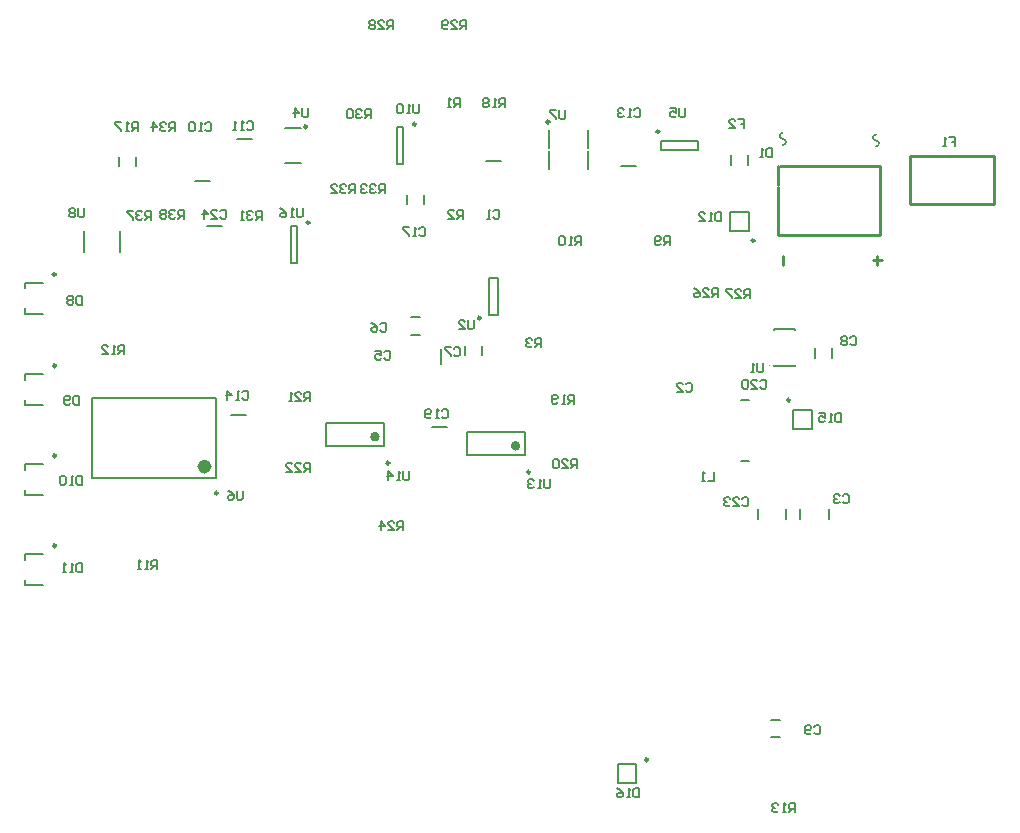
<source format=gbo>
G04*
G04 #@! TF.GenerationSoftware,Altium Limited,Altium Designer,19.1.8 (144)*
G04*
G04 Layer_Color=32896*
%FSLAX25Y25*%
%MOIN*%
G70*
G01*
G75*
%ADD10C,0.00984*%
%ADD11C,0.01000*%
%ADD12C,0.00787*%
%ADD13C,0.00394*%
%ADD14C,0.00500*%
%ADD99C,0.02362*%
%ADD100C,0.01575*%
D10*
X112216Y249445D02*
G03*
X112216Y249445I-492J0D01*
G01*
X193307Y246984D02*
G03*
X193307Y246984I-492J0D01*
G01*
X156701Y250153D02*
G03*
X156701Y250153I-492J0D01*
G01*
X-7853Y168871D02*
G03*
X-7853Y168871I-492J0D01*
G01*
X133768Y184815D02*
G03*
X133768Y184815I-492J0D01*
G01*
X-7853Y108871D02*
G03*
X-7853Y108871I-492J0D01*
G01*
X46202Y126433D02*
G03*
X46202Y126433I-492J0D01*
G01*
X75886Y248598D02*
G03*
X75886Y248598I-492J0D01*
G01*
X103339Y136453D02*
G03*
X103339Y136453I-492J0D01*
G01*
X236925Y157437D02*
G03*
X236925Y157437I-492J0D01*
G01*
X189495Y37567D02*
G03*
X189495Y37567I-492J0D01*
G01*
X76736Y216587D02*
G03*
X76736Y216587I-492J0D01*
G01*
X225059Y210563D02*
G03*
X225059Y210563I-492J0D01*
G01*
X150236Y133453D02*
G03*
X150236Y133453I-492J0D01*
G01*
X-7853Y138871D02*
G03*
X-7853Y138871I-492J0D01*
G01*
Y199371D02*
G03*
X-7853Y199371I-492J0D01*
G01*
D11*
X305000Y222876D02*
Y238876D01*
X277000Y222876D02*
X305000D01*
X277000Y238876D02*
X305000D01*
X277000Y229876D02*
Y238876D01*
Y222876D02*
Y229876D01*
X266000Y202500D02*
Y205500D01*
X264500Y204000D02*
X267500D01*
X267000Y212500D02*
Y235500D01*
X233000Y212500D02*
X267000D01*
X234500Y202500D02*
Y205500D01*
X233000Y212500D02*
Y228500D01*
X233500Y235500D02*
X267000D01*
X233000Y229000D02*
Y235500D01*
D12*
X235487Y117921D02*
Y121070D01*
X226039Y117921D02*
Y121070D01*
X249724Y117921D02*
Y121070D01*
X240276Y117921D02*
Y121070D01*
X106016Y236157D02*
Y248362D01*
X107984Y236157D02*
Y248362D01*
X106016Y236157D02*
X107984D01*
X106016Y248362D02*
X107984D01*
X13386Y213917D02*
X13583D01*
X13386Y206831D02*
X13583D01*
X1378Y213917D02*
X1575D01*
X1378Y206831D02*
X1575D01*
X1378D02*
Y213917D01*
X13583Y206831D02*
Y213917D01*
X193898Y240882D02*
X206102D01*
X193898Y243638D02*
X206102D01*
Y240882D02*
Y243638D01*
X193898Y240882D02*
Y243638D01*
X156504Y234504D02*
X156602D01*
X156504D02*
Y240508D01*
Y241492D02*
Y247496D01*
X156602D01*
X169398Y234504D02*
X169496D01*
Y240508D01*
X169398Y247496D02*
X169496D01*
Y241492D02*
Y247496D01*
X-17971Y165989D02*
X-12164D01*
X-17971Y155753D02*
X-12164D01*
X-17971Y164218D02*
Y165989D01*
Y155753D02*
Y157525D01*
X136622Y185898D02*
X139378D01*
X136622D02*
Y198102D01*
X139378Y185898D02*
Y198102D01*
X136622D02*
X139378D01*
X180441Y235520D02*
X185559D01*
X-17971Y95753D02*
X-12164D01*
X-17971D02*
Y97525D01*
Y104218D02*
Y105989D01*
X-12164D01*
X4292Y131354D02*
Y158126D01*
X45631Y131354D02*
Y158126D01*
X4292D02*
X45631D01*
X4292Y131354D02*
X45631D01*
X68504Y248165D02*
X74016D01*
X68504Y236354D02*
X74016D01*
X231457Y180906D02*
Y181102D01*
X238543Y180906D02*
Y181102D01*
X231457Y168898D02*
Y169094D01*
X238543Y168898D02*
Y169094D01*
X231457Y168898D02*
X238543D01*
X231457Y181102D02*
X238543D01*
X13047Y235425D02*
Y238575D01*
X18953Y235425D02*
Y238575D01*
X82354Y142063D02*
Y149937D01*
X101646Y142063D02*
Y149937D01*
X82354D02*
X101646D01*
X82354Y142063D02*
X101646D01*
X220610Y157395D02*
X223366D01*
X220510Y137195D02*
X223266D01*
X237752Y147929D02*
Y154071D01*
Y147929D02*
X244248D01*
Y154071D01*
X237752D02*
X244248D01*
X42441Y215480D02*
X47559D01*
X179495Y36248D02*
X185637D01*
X179495Y29752D02*
Y36248D01*
Y29752D02*
X185637D01*
Y36248D01*
X70535Y215504D02*
X72504D01*
X70535Y203299D02*
X72504D01*
Y215504D01*
X70535Y203299D02*
Y215504D01*
X222953Y235961D02*
Y239110D01*
X217047Y235961D02*
Y239110D01*
X223248Y213929D02*
Y220071D01*
X216752D02*
X223248D01*
X216752Y213929D02*
Y220071D01*
Y213929D02*
X223248D01*
X245047Y171488D02*
Y174638D01*
X250953Y171488D02*
Y174638D01*
X135441Y237071D02*
X140559D01*
X117441Y148480D02*
X122559D01*
X129252Y139063D02*
Y146937D01*
X148543Y139063D02*
Y146937D01*
X129252D02*
X148543D01*
X129252Y139063D02*
X148543D01*
X50441Y152480D02*
X55559D01*
X38441Y230520D02*
X43559D01*
X230425Y45047D02*
X233575D01*
X230425Y50953D02*
X233575D01*
X128445Y172425D02*
Y175575D01*
X134351Y172425D02*
Y175575D01*
X110425Y185071D02*
X113575D01*
X110425Y179165D02*
X113575D01*
X-17971Y135989D02*
X-12164D01*
X-17971Y134218D02*
Y135989D01*
Y125753D02*
Y127525D01*
Y125753D02*
X-12164D01*
X-17971Y196489D02*
X-12164D01*
X-17971Y194718D02*
Y196489D01*
Y186253D02*
Y188025D01*
Y186253D02*
X-12164D01*
X120480Y169441D02*
Y174559D01*
X52441Y244480D02*
X57559D01*
X109047Y222701D02*
Y225850D01*
X114953Y222701D02*
Y225850D01*
D13*
X1673Y215492D02*
G03*
X1673Y215492I-197J0D01*
G01*
X230079Y168996D02*
G03*
X230079Y168996I-197J0D01*
G01*
D14*
X265500Y242000D02*
G03*
X265500Y244000I0J1000D01*
G01*
Y246000D02*
G03*
X265500Y244000I0J-1000D01*
G01*
X234500Y242500D02*
G03*
X234500Y244500I0J1000D01*
G01*
Y246500D02*
G03*
X234500Y244500I0J-1000D01*
G01*
X108000Y114000D02*
Y116999D01*
X106500D01*
X106001Y116499D01*
Y115499D01*
X106500Y115000D01*
X108000D01*
X107000D02*
X106001Y114000D01*
X103002D02*
X105001D01*
X103002Y115999D01*
Y116499D01*
X103501Y116999D01*
X104501D01*
X105001Y116499D01*
X100502Y114000D02*
Y116999D01*
X102002Y115499D01*
X100003D01*
X35000Y217895D02*
Y220894D01*
X33500D01*
X33001Y220395D01*
Y219395D01*
X33500Y218895D01*
X35000D01*
X34000D02*
X33001Y217895D01*
X32001Y220395D02*
X31501Y220894D01*
X30501D01*
X30002Y220395D01*
Y219895D01*
X30501Y219395D01*
X31001D01*
X30501D01*
X30002Y218895D01*
Y218395D01*
X30501Y217895D01*
X31501D01*
X32001Y218395D01*
X29002Y220395D02*
X28502Y220894D01*
X27502D01*
X27003Y220395D01*
Y219895D01*
X27502Y219395D01*
X27003Y218895D01*
Y218395D01*
X27502Y217895D01*
X28502D01*
X29002Y218395D01*
Y218895D01*
X28502Y219395D01*
X29002Y219895D01*
Y220395D01*
X28502Y219395D02*
X27502D01*
X24000Y217559D02*
Y220558D01*
X22501D01*
X22001Y220058D01*
Y219058D01*
X22501Y218559D01*
X24000D01*
X23000D02*
X22001Y217559D01*
X21001Y220058D02*
X20501Y220558D01*
X19501D01*
X19002Y220058D01*
Y219558D01*
X19501Y219058D01*
X20001D01*
X19501D01*
X19002Y218559D01*
Y218059D01*
X19501Y217559D01*
X20501D01*
X21001Y218059D01*
X18002Y220558D02*
X16003D01*
Y220058D01*
X18002Y218059D01*
Y217559D01*
X219562Y251099D02*
X221562D01*
Y249600D01*
X220562D01*
X221562D01*
Y248100D01*
X216563D02*
X218563D01*
X216563Y250099D01*
Y250599D01*
X217063Y251099D01*
X218063D01*
X218563Y250599D01*
X74520Y221401D02*
Y218901D01*
X74020Y218402D01*
X73020D01*
X72520Y218901D01*
Y221401D01*
X71521Y218402D02*
X70521D01*
X71021D01*
Y221401D01*
X71521Y220901D01*
X67022Y221401D02*
X68022Y220901D01*
X69021Y219901D01*
Y218901D01*
X68522Y218402D01*
X67522D01*
X67022Y218901D01*
Y219401D01*
X67522Y219901D01*
X69021D01*
X32000Y247000D02*
Y249999D01*
X30501D01*
X30001Y249499D01*
Y248499D01*
X30501Y248000D01*
X32000D01*
X31000D02*
X30001Y247000D01*
X29001Y249499D02*
X28501Y249999D01*
X27501D01*
X27002Y249499D01*
Y248999D01*
X27501Y248499D01*
X28001D01*
X27501D01*
X27002Y248000D01*
Y247500D01*
X27501Y247000D01*
X28501D01*
X29001Y247500D01*
X24502Y247000D02*
Y249999D01*
X26002Y248499D01*
X24003D01*
X101740Y226324D02*
Y229323D01*
X100241D01*
X99741Y228823D01*
Y227823D01*
X100241Y227323D01*
X101740D01*
X100741D02*
X99741Y226324D01*
X98741Y228823D02*
X98241Y229323D01*
X97242D01*
X96742Y228823D01*
Y228323D01*
X97242Y227823D01*
X97742D01*
X97242D01*
X96742Y227323D01*
Y226823D01*
X97242Y226324D01*
X98241D01*
X98741Y226823D01*
X95742Y228823D02*
X95242Y229323D01*
X94243D01*
X93743Y228823D01*
Y228323D01*
X94243Y227823D01*
X94743D01*
X94243D01*
X93743Y227323D01*
Y226823D01*
X94243Y226324D01*
X95242D01*
X95742Y226823D01*
X92000Y226394D02*
Y229393D01*
X90500D01*
X90001Y228893D01*
Y227893D01*
X90500Y227393D01*
X92000D01*
X91000D02*
X90001Y226394D01*
X89001Y228893D02*
X88501Y229393D01*
X87501D01*
X87002Y228893D01*
Y228393D01*
X87501Y227893D01*
X88001D01*
X87501D01*
X87002Y227393D01*
Y226893D01*
X87501Y226394D01*
X88501D01*
X89001Y226893D01*
X84003Y226394D02*
X86002D01*
X84003Y228393D01*
Y228893D01*
X84502Y229393D01*
X85502D01*
X86002Y228893D01*
X60740Y217559D02*
Y220558D01*
X59241D01*
X58741Y220058D01*
Y219058D01*
X59241Y218559D01*
X60740D01*
X59741D02*
X58741Y217559D01*
X57741Y220058D02*
X57241Y220558D01*
X56242D01*
X55742Y220058D01*
Y219558D01*
X56242Y219058D01*
X56741D01*
X56242D01*
X55742Y218559D01*
Y218059D01*
X56242Y217559D01*
X57241D01*
X57741Y218059D01*
X54742Y217559D02*
X53742D01*
X54242D01*
Y220558D01*
X54742Y220058D01*
X97162Y251455D02*
Y254454D01*
X95662D01*
X95162Y253954D01*
Y252955D01*
X95662Y252455D01*
X97162D01*
X96162D02*
X95162Y251455D01*
X94163Y253954D02*
X93663Y254454D01*
X92663D01*
X92163Y253954D01*
Y253455D01*
X92663Y252955D01*
X93163D01*
X92663D01*
X92163Y252455D01*
Y251955D01*
X92663Y251455D01*
X93663D01*
X94163Y251955D01*
X91164Y253954D02*
X90664Y254454D01*
X89664D01*
X89164Y253954D01*
Y251955D01*
X89664Y251455D01*
X90664D01*
X91164Y251955D01*
Y253954D01*
X129000Y281000D02*
Y283999D01*
X127500D01*
X127001Y283499D01*
Y282500D01*
X127500Y282000D01*
X129000D01*
X128000D02*
X127001Y281000D01*
X124002D02*
X126001D01*
X124002Y282999D01*
Y283499D01*
X124501Y283999D01*
X125501D01*
X126001Y283499D01*
X123002Y281500D02*
X122502Y281000D01*
X121502D01*
X121003Y281500D01*
Y283499D01*
X121502Y283999D01*
X122502D01*
X123002Y283499D01*
Y282999D01*
X122502Y282500D01*
X121003D01*
X104685Y281000D02*
Y283999D01*
X103185D01*
X102686Y283499D01*
Y282500D01*
X103185Y282000D01*
X104685D01*
X103685D02*
X102686Y281000D01*
X99687D02*
X101686D01*
X99687Y282999D01*
Y283499D01*
X100187Y283999D01*
X101186D01*
X101686Y283499D01*
X98687D02*
X98187Y283999D01*
X97188D01*
X96688Y283499D01*
Y282999D01*
X97188Y282500D01*
X96688Y282000D01*
Y281500D01*
X97188Y281000D01*
X98187D01*
X98687Y281500D01*
Y282000D01*
X98187Y282500D01*
X98687Y282999D01*
Y283499D01*
X98187Y282500D02*
X97188D01*
X238480Y20000D02*
Y22999D01*
X236981D01*
X236481Y22499D01*
Y21499D01*
X236981Y21000D01*
X238480D01*
X237481D02*
X236481Y20000D01*
X235481D02*
X234482D01*
X234982D01*
Y22999D01*
X235481Y22499D01*
X232982D02*
X232482Y22999D01*
X231483D01*
X230983Y22499D01*
Y21999D01*
X231483Y21499D01*
X231982D01*
X231483D01*
X230983Y21000D01*
Y20500D01*
X231483Y20000D01*
X232482D01*
X232982Y20500D01*
X186566Y27999D02*
Y25000D01*
X185067D01*
X184567Y25500D01*
Y27499D01*
X185067Y27999D01*
X186566D01*
X183567Y25000D02*
X182568D01*
X183067D01*
Y27999D01*
X183567Y27499D01*
X179069Y27999D02*
X180068Y27499D01*
X181068Y26500D01*
Y25500D01*
X180568Y25000D01*
X179569D01*
X179069Y25500D01*
Y26000D01*
X179569Y26500D01*
X181068D01*
X47001Y220460D02*
X47501Y220960D01*
X48500D01*
X49000Y220460D01*
Y218460D01*
X48500Y217961D01*
X47501D01*
X47001Y218460D01*
X44002Y217961D02*
X46001D01*
X44002Y219960D01*
Y220460D01*
X44501Y220960D01*
X45501D01*
X46001Y220460D01*
X41502Y217961D02*
Y220960D01*
X43002Y219460D01*
X41003D01*
X221001Y124499D02*
X221500Y124999D01*
X222500D01*
X223000Y124499D01*
Y122500D01*
X222500Y122000D01*
X221500D01*
X221001Y122500D01*
X218002Y122000D02*
X220001D01*
X218002Y123999D01*
Y124499D01*
X218501Y124999D01*
X219501D01*
X220001Y124499D01*
X217002D02*
X216502Y124999D01*
X215502D01*
X215003Y124499D01*
Y123999D01*
X215502Y123500D01*
X216002D01*
X215502D01*
X215003Y123000D01*
Y122500D01*
X215502Y122000D01*
X216502D01*
X217002Y122500D01*
X127912Y217895D02*
Y220894D01*
X126412D01*
X125912Y220395D01*
Y219395D01*
X126412Y218895D01*
X127912D01*
X126912D02*
X125912Y217895D01*
X122913D02*
X124913D01*
X122913Y219895D01*
Y220395D01*
X123413Y220894D01*
X124413D01*
X124913Y220395D01*
X137962D02*
X138462Y220894D01*
X139462D01*
X139962Y220395D01*
Y218395D01*
X139462Y217895D01*
X138462D01*
X137962Y218395D01*
X136963Y217895D02*
X135963D01*
X136463D01*
Y220894D01*
X136963Y220395D01*
X254000Y152999D02*
Y150000D01*
X252501D01*
X252001Y150500D01*
Y152499D01*
X252501Y152999D01*
X254000D01*
X251001Y150000D02*
X250001D01*
X250501D01*
Y152999D01*
X251001Y152499D01*
X246502Y152999D02*
X248502D01*
Y151499D01*
X247502Y151999D01*
X247002D01*
X246502Y151499D01*
Y150500D01*
X247002Y150000D01*
X248002D01*
X248502Y150500D01*
X223622Y191433D02*
Y194432D01*
X222122D01*
X221622Y193932D01*
Y192933D01*
X222122Y192433D01*
X223622D01*
X222622D02*
X221622Y191433D01*
X218623D02*
X220622D01*
X218623Y193432D01*
Y193932D01*
X219123Y194432D01*
X220123D01*
X220622Y193932D01*
X217623Y194432D02*
X215624D01*
Y193932D01*
X217623Y191933D01*
Y191433D01*
X212732Y191795D02*
Y194794D01*
X211233D01*
X210733Y194295D01*
Y193295D01*
X211233Y192795D01*
X212732D01*
X211733D02*
X210733Y191795D01*
X207734D02*
X209733D01*
X207734Y193795D01*
Y194295D01*
X208234Y194794D01*
X209233D01*
X209733Y194295D01*
X204735Y194794D02*
X205734Y194295D01*
X206734Y193295D01*
Y192295D01*
X206234Y191795D01*
X205235D01*
X204735Y192295D01*
Y192795D01*
X205235Y193295D01*
X206734D01*
X211528Y133554D02*
Y130555D01*
X209528D01*
X208529D02*
X207529D01*
X208029D01*
Y133554D01*
X208529Y133054D01*
X227001Y163795D02*
X227501Y164294D01*
X228500D01*
X229000Y163795D01*
Y161795D01*
X228500Y161295D01*
X227501D01*
X227001Y161795D01*
X224002Y161295D02*
X226001D01*
X224002Y163295D01*
Y163795D01*
X224501Y164294D01*
X225501D01*
X226001Y163795D01*
X223002D02*
X222502Y164294D01*
X221502D01*
X221003Y163795D01*
Y161795D01*
X221502Y161295D01*
X222502D01*
X223002Y161795D01*
Y163795D01*
X110000Y133794D02*
Y131295D01*
X109500Y130795D01*
X108501D01*
X108001Y131295D01*
Y133794D01*
X107001Y130795D02*
X106001D01*
X106501D01*
Y133794D01*
X107001Y133295D01*
X103002Y130795D02*
Y133794D01*
X104502Y132295D01*
X102502D01*
X77000Y133520D02*
Y136519D01*
X75501D01*
X75001Y136019D01*
Y135019D01*
X75501Y134519D01*
X77000D01*
X76000D02*
X75001Y133520D01*
X72002D02*
X74001D01*
X72002Y135519D01*
Y136019D01*
X72501Y136519D01*
X73501D01*
X74001Y136019D01*
X69003Y133520D02*
X71002D01*
X69003Y135519D01*
Y136019D01*
X69502Y136519D01*
X70502D01*
X71002Y136019D01*
X77000Y157131D02*
Y160130D01*
X75501D01*
X75001Y159630D01*
Y158631D01*
X75501Y158131D01*
X77000D01*
X76000D02*
X75001Y157131D01*
X72002D02*
X74001D01*
X72002Y159130D01*
Y159630D01*
X72501Y160130D01*
X73501D01*
X74001Y159630D01*
X71002Y157131D02*
X70002D01*
X70502D01*
Y160130D01*
X71002Y159630D01*
X165740Y134648D02*
Y137647D01*
X164241D01*
X163741Y137147D01*
Y136147D01*
X164241Y135648D01*
X165740D01*
X164741D02*
X163741Y134648D01*
X160742D02*
X162741D01*
X160742Y136647D01*
Y137147D01*
X161242Y137647D01*
X162241D01*
X162741Y137147D01*
X159742D02*
X159242Y137647D01*
X158243D01*
X157743Y137147D01*
Y135148D01*
X158243Y134648D01*
X159242D01*
X159742Y135148D01*
Y137147D01*
X165000Y156295D02*
Y159294D01*
X163500D01*
X163001Y158795D01*
Y157795D01*
X163500Y157295D01*
X165000D01*
X164000D02*
X163001Y156295D01*
X162001D02*
X161001D01*
X161501D01*
Y159294D01*
X162001Y158795D01*
X159502Y156795D02*
X159002Y156295D01*
X158002D01*
X157502Y156795D01*
Y158795D01*
X158002Y159294D01*
X159002D01*
X159502Y158795D01*
Y158295D01*
X159002Y157795D01*
X157502D01*
X156898Y130999D02*
Y128500D01*
X156398Y128000D01*
X155398D01*
X154898Y128500D01*
Y130999D01*
X153899Y128000D02*
X152899D01*
X153399D01*
Y130999D01*
X153899Y130499D01*
X151400D02*
X150900Y130999D01*
X149900D01*
X149400Y130499D01*
Y129999D01*
X149900Y129499D01*
X150400D01*
X149900D01*
X149400Y129000D01*
Y128500D01*
X149900Y128000D01*
X150900D01*
X151400Y128500D01*
X120862Y153895D02*
X121362Y154394D01*
X122362D01*
X122862Y153895D01*
Y151895D01*
X122362Y151395D01*
X121362D01*
X120862Y151895D01*
X119863Y151395D02*
X118863D01*
X119363D01*
Y154394D01*
X119863Y153895D01*
X117363Y151895D02*
X116864Y151395D01*
X115864D01*
X115364Y151895D01*
Y153895D01*
X115864Y154394D01*
X116864D01*
X117363Y153895D01*
Y153395D01*
X116864Y152895D01*
X115364D01*
X19520Y247000D02*
Y249999D01*
X18020D01*
X17521Y249499D01*
Y248499D01*
X18020Y248000D01*
X19520D01*
X18520D02*
X17521Y247000D01*
X16521D02*
X15521D01*
X16021D01*
Y249999D01*
X16521Y249499D01*
X14022Y249999D02*
X12022D01*
Y249499D01*
X14022Y247500D01*
Y247000D01*
X214000Y219999D02*
Y217000D01*
X212501D01*
X212001Y217500D01*
Y219499D01*
X212501Y219999D01*
X214000D01*
X211001Y217000D02*
X210001D01*
X210501D01*
Y219999D01*
X211001Y219499D01*
X206502Y217000D02*
X208502D01*
X206502Y218999D01*
Y219499D01*
X207002Y219999D01*
X208002D01*
X208502Y219499D01*
X202062Y162669D02*
X202562Y163169D01*
X203562D01*
X204062Y162669D01*
Y160670D01*
X203562Y160170D01*
X202562D01*
X202062Y160670D01*
X199063Y160170D02*
X201063D01*
X199063Y162170D01*
Y162669D01*
X199563Y163169D01*
X200563D01*
X201063Y162669D01*
X228000Y169663D02*
Y167164D01*
X227500Y166664D01*
X226501D01*
X226001Y167164D01*
Y169663D01*
X225001Y166664D02*
X224001D01*
X224501D01*
Y169663D01*
X225001Y169164D01*
X76244Y254735D02*
Y252235D01*
X75744Y251736D01*
X74744D01*
X74245Y252235D01*
Y254735D01*
X71746Y251736D02*
Y254735D01*
X73245Y253235D01*
X71246D01*
X55862Y249895D02*
X56362Y250394D01*
X57362D01*
X57862Y249895D01*
Y247895D01*
X57362Y247395D01*
X56362D01*
X55862Y247895D01*
X54863Y247395D02*
X53863D01*
X54363D01*
Y250394D01*
X54863Y249895D01*
X52363Y247395D02*
X51364D01*
X51864D01*
Y250394D01*
X52363Y249895D01*
X42001Y249499D02*
X42500Y249999D01*
X43500D01*
X44000Y249499D01*
Y247500D01*
X43500Y247000D01*
X42500D01*
X42001Y247500D01*
X41001Y247000D02*
X40001D01*
X40501D01*
Y249999D01*
X41001Y249499D01*
X38502D02*
X38002Y249999D01*
X37002D01*
X36502Y249499D01*
Y247500D01*
X37002Y247000D01*
X38002D01*
X38502Y247500D01*
Y249499D01*
X257001Y178157D02*
X257501Y178657D01*
X258500D01*
X259000Y178157D01*
Y176157D01*
X258500Y175658D01*
X257501D01*
X257001Y176157D01*
X256001Y178157D02*
X255501Y178657D01*
X254502D01*
X254002Y178157D01*
Y177657D01*
X254502Y177157D01*
X254002Y176657D01*
Y176157D01*
X254502Y175658D01*
X255501D01*
X256001Y176157D01*
Y176657D01*
X255501Y177157D01*
X256001Y177657D01*
Y178157D01*
X255501Y177157D02*
X254502D01*
X54397Y127294D02*
Y124795D01*
X53897Y124295D01*
X52898D01*
X52398Y124795D01*
Y127294D01*
X49399D02*
X50398Y126795D01*
X51398Y125795D01*
Y124795D01*
X50898Y124295D01*
X49899D01*
X49399Y124795D01*
Y125295D01*
X49899Y125795D01*
X51398D01*
X14962Y172795D02*
Y175794D01*
X13462D01*
X12962Y175295D01*
Y174295D01*
X13462Y173795D01*
X14962D01*
X13962D02*
X12962Y172795D01*
X11963D02*
X10963D01*
X11463D01*
Y175794D01*
X11963Y175295D01*
X7464Y172795D02*
X9463D01*
X7464Y174795D01*
Y175295D01*
X7964Y175794D01*
X8964D01*
X9463Y175295D01*
X26000Y101000D02*
Y103999D01*
X24500D01*
X24001Y103499D01*
Y102499D01*
X24500Y102000D01*
X26000D01*
X25000D02*
X24001Y101000D01*
X23001D02*
X22001D01*
X22501D01*
Y103999D01*
X23001Y103499D01*
X20502Y101000D02*
X19502D01*
X20002D01*
Y103999D01*
X20502Y103499D01*
X872Y102999D02*
Y100000D01*
X-627D01*
X-1127Y100500D01*
Y102499D01*
X-627Y102999D01*
X872D01*
X-2127Y100000D02*
X-3126D01*
X-2626D01*
Y102999D01*
X-2127Y102499D01*
X-4626Y100000D02*
X-5625D01*
X-5126D01*
Y102999D01*
X-4626Y102499D01*
X885Y132294D02*
Y129295D01*
X-614D01*
X-1114Y129795D01*
Y131795D01*
X-614Y132294D01*
X885D01*
X-2114Y129295D02*
X-3113D01*
X-2613D01*
Y132294D01*
X-2114Y131795D01*
X-4613D02*
X-5113Y132294D01*
X-6112D01*
X-6612Y131795D01*
Y129795D01*
X-6112Y129295D01*
X-5113D01*
X-4613Y129795D01*
Y131795D01*
X885Y192294D02*
Y189295D01*
X-614D01*
X-1114Y189795D01*
Y191795D01*
X-614Y192294D01*
X885D01*
X-2114Y191795D02*
X-2613Y192294D01*
X-3613D01*
X-4113Y191795D01*
Y191295D01*
X-3613Y190795D01*
X-4113Y190295D01*
Y189795D01*
X-3613Y189295D01*
X-2613D01*
X-2114Y189795D01*
Y190295D01*
X-2613Y190795D01*
X-2114Y191295D01*
Y191795D01*
X-2613Y190795D02*
X-3613D01*
X54362Y160113D02*
X54862Y160613D01*
X55862D01*
X56362Y160113D01*
Y158114D01*
X55862Y157614D01*
X54862D01*
X54362Y158114D01*
X53363Y157614D02*
X52363D01*
X52863D01*
Y160613D01*
X53363Y160113D01*
X49364Y157614D02*
Y160613D01*
X50863Y159114D01*
X48864D01*
X124852Y174499D02*
X125352Y174999D01*
X126351D01*
X126851Y174499D01*
Y172500D01*
X126351Y172000D01*
X125352D01*
X124852Y172500D01*
X123852Y174999D02*
X121853D01*
Y174499D01*
X123852Y172500D01*
Y172000D01*
X167340Y209095D02*
Y212094D01*
X165841D01*
X165341Y211595D01*
Y210595D01*
X165841Y210095D01*
X167340D01*
X166341D02*
X165341Y209095D01*
X164341D02*
X163341D01*
X163841D01*
Y212094D01*
X164341Y211595D01*
X161842D02*
X161342Y212094D01*
X160343D01*
X159843Y211595D01*
Y209595D01*
X160343Y209095D01*
X161342D01*
X161842Y209595D01*
Y211595D01*
X196740Y209095D02*
Y212094D01*
X195241D01*
X194741Y211595D01*
Y210595D01*
X195241Y210095D01*
X196740D01*
X195741D02*
X194741Y209095D01*
X193741Y209595D02*
X193241Y209095D01*
X192242D01*
X191742Y209595D01*
Y211595D01*
X192242Y212094D01*
X193241D01*
X193741Y211595D01*
Y211095D01*
X193241Y210595D01*
X191742D01*
X126823Y255000D02*
Y257999D01*
X125324D01*
X124824Y257499D01*
Y256500D01*
X125324Y256000D01*
X126823D01*
X125824D02*
X124824Y255000D01*
X123824D02*
X122825D01*
X123325D01*
Y257999D01*
X123824Y257499D01*
X230997Y241433D02*
Y238434D01*
X229498D01*
X228998Y238934D01*
Y240933D01*
X229498Y241433D01*
X230997D01*
X227998Y238434D02*
X226998D01*
X227498D01*
Y241433D01*
X227998Y240933D01*
X290001Y244999D02*
X292000D01*
Y243499D01*
X291000D01*
X292000D01*
Y242000D01*
X289001D02*
X288001D01*
X288501D01*
Y244999D01*
X289001Y244499D01*
X185001Y254235D02*
X185501Y254735D01*
X186500D01*
X187000Y254235D01*
Y252235D01*
X186500Y251736D01*
X185501D01*
X185001Y252235D01*
X184001Y251736D02*
X183001D01*
X183501D01*
Y254735D01*
X184001Y254235D01*
X181502D02*
X181002Y254735D01*
X180002D01*
X179502Y254235D01*
Y253735D01*
X180002Y253235D01*
X180502D01*
X180002D01*
X179502Y252735D01*
Y252235D01*
X180002Y251736D01*
X181002D01*
X181502Y252235D01*
X100232Y182795D02*
X100732Y183294D01*
X101731D01*
X102231Y182795D01*
Y180795D01*
X101731Y180295D01*
X100732D01*
X100232Y180795D01*
X97233Y183294D02*
X98233Y182795D01*
X99232Y181795D01*
Y180795D01*
X98732Y180295D01*
X97733D01*
X97233Y180795D01*
Y181295D01*
X97733Y181795D01*
X99232D01*
X131398Y183999D02*
Y181500D01*
X130898Y181000D01*
X129898D01*
X129398Y181500D01*
Y183999D01*
X126399Y181000D02*
X128399D01*
X126399Y182999D01*
Y183499D01*
X126899Y183999D01*
X127899D01*
X128399Y183499D01*
X0Y158835D02*
Y155836D01*
X-1500D01*
X-1999Y156336D01*
Y158335D01*
X-1500Y158835D01*
X0D01*
X-2999Y156336D02*
X-3499Y155836D01*
X-4499D01*
X-4998Y156336D01*
Y158335D01*
X-4499Y158835D01*
X-3499D01*
X-2999Y158335D01*
Y157835D01*
X-3499Y157336D01*
X-4998D01*
X162000Y253999D02*
Y251500D01*
X161500Y251000D01*
X160500D01*
X160001Y251500D01*
Y253999D01*
X159001D02*
X157002D01*
Y253499D01*
X159001Y251500D01*
Y251000D01*
X254508Y125499D02*
X255008Y125999D01*
X256007D01*
X256507Y125499D01*
Y123500D01*
X256007Y123000D01*
X255008D01*
X254508Y123500D01*
X253508Y125499D02*
X253008Y125999D01*
X252009D01*
X251509Y125499D01*
Y124999D01*
X252009Y124499D01*
X252508D01*
X252009D01*
X251509Y124000D01*
Y123500D01*
X252009Y123000D01*
X253008D01*
X253508Y123500D01*
X202022Y254735D02*
Y252235D01*
X201522Y251736D01*
X200522D01*
X200022Y252235D01*
Y254735D01*
X197023D02*
X199023D01*
Y253235D01*
X198023Y253735D01*
X197523D01*
X197023Y253235D01*
Y252235D01*
X197523Y251736D01*
X198523D01*
X199023Y252235D01*
X101662Y173459D02*
X102162Y173959D01*
X103162D01*
X103662Y173459D01*
Y171460D01*
X103162Y170960D01*
X102162D01*
X101662Y171460D01*
X98663Y173959D02*
X100663D01*
Y172459D01*
X99663Y172959D01*
X99163D01*
X98663Y172459D01*
Y171460D01*
X99163Y170960D01*
X100163D01*
X100663Y171460D01*
X154000Y175000D02*
Y177999D01*
X152500D01*
X152001Y177499D01*
Y176499D01*
X152500Y176000D01*
X154000D01*
X153000D02*
X152001Y175000D01*
X151001Y177499D02*
X150501Y177999D01*
X149502D01*
X149002Y177499D01*
Y176999D01*
X149502Y176499D01*
X150001D01*
X149502D01*
X149002Y176000D01*
Y175500D01*
X149502Y175000D01*
X150501D01*
X151001Y175500D01*
X245001Y48499D02*
X245500Y48999D01*
X246500D01*
X247000Y48499D01*
Y46500D01*
X246500Y46000D01*
X245500D01*
X245001Y46500D01*
X244001D02*
X243501Y46000D01*
X242501D01*
X242002Y46500D01*
Y48499D01*
X242501Y48999D01*
X243501D01*
X244001Y48499D01*
Y47999D01*
X243501Y47499D01*
X242002D01*
X1673Y221401D02*
Y218901D01*
X1173Y218402D01*
X174D01*
X-326Y218901D01*
Y221401D01*
X-1326Y220901D02*
X-1826Y221401D01*
X-2825D01*
X-3325Y220901D01*
Y220401D01*
X-2825Y219901D01*
X-3325Y219401D01*
Y218901D01*
X-2825Y218402D01*
X-1826D01*
X-1326Y218901D01*
Y219401D01*
X-1826Y219901D01*
X-1326Y220401D01*
Y220901D01*
X-1826Y219901D02*
X-2825D01*
X141949Y255060D02*
Y258059D01*
X140450D01*
X139950Y257559D01*
Y256559D01*
X140450Y256060D01*
X141949D01*
X140950D02*
X139950Y255060D01*
X138950D02*
X137951D01*
X138451D01*
Y258059D01*
X138950Y257559D01*
X136451D02*
X135951Y258059D01*
X134952D01*
X134452Y257559D01*
Y257059D01*
X134952Y256559D01*
X134452Y256060D01*
Y255560D01*
X134952Y255060D01*
X135951D01*
X136451Y255560D01*
Y256060D01*
X135951Y256559D01*
X136451Y257059D01*
Y257559D01*
X135951Y256559D02*
X134952D01*
X113315Y255999D02*
Y253500D01*
X112815Y253000D01*
X111816D01*
X111316Y253500D01*
Y255999D01*
X110316Y253000D02*
X109316D01*
X109816D01*
Y255999D01*
X110316Y255499D01*
X107817D02*
X107317Y255999D01*
X106317D01*
X105817Y255499D01*
Y253500D01*
X106317Y253000D01*
X107317D01*
X107817Y253500D01*
Y255499D01*
X113316Y214499D02*
X113815Y214999D01*
X114815D01*
X115315Y214499D01*
Y212500D01*
X114815Y212000D01*
X113815D01*
X113316Y212500D01*
X112316Y212000D02*
X111316D01*
X111816D01*
Y214999D01*
X112316Y214499D01*
X109817Y214999D02*
X107817D01*
Y214499D01*
X109817Y212500D01*
Y212000D01*
D99*
X42875Y135291D02*
G03*
X42875Y135291I-1181J0D01*
G01*
D100*
X99283Y145213D02*
G03*
X99283Y145213I-787J0D01*
G01*
X146181Y142213D02*
G03*
X146181Y142213I-787J0D01*
G01*
M02*

</source>
